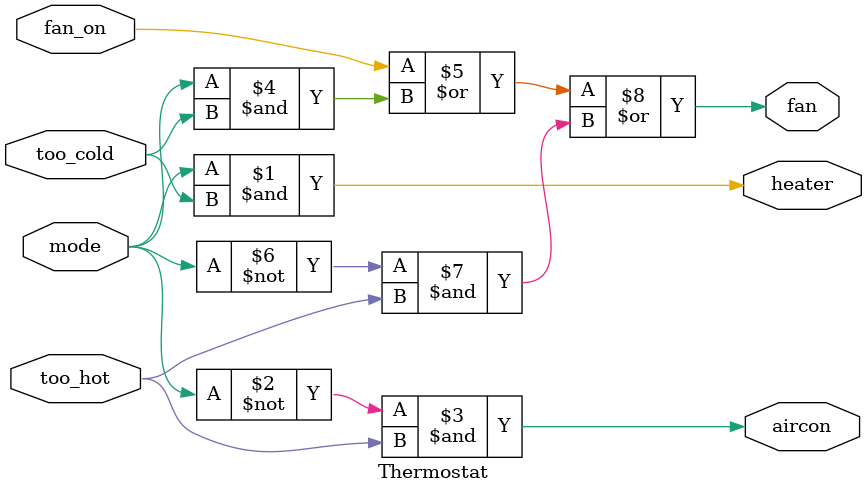
<source format=v>
module Thermostat (
    input  too_cold,
    input  too_hot ,
    input  mode    ,
    input  fan_on  ,
    output heater  ,
    output aircon  ,
    output fan
);

    assign heater = mode & too_cold;
    assign aircon = (~mode) & too_hot;
    assign fan    = fan_on | ( mode & too_cold) | ((~mode) & too_hot);

endmodule

</source>
